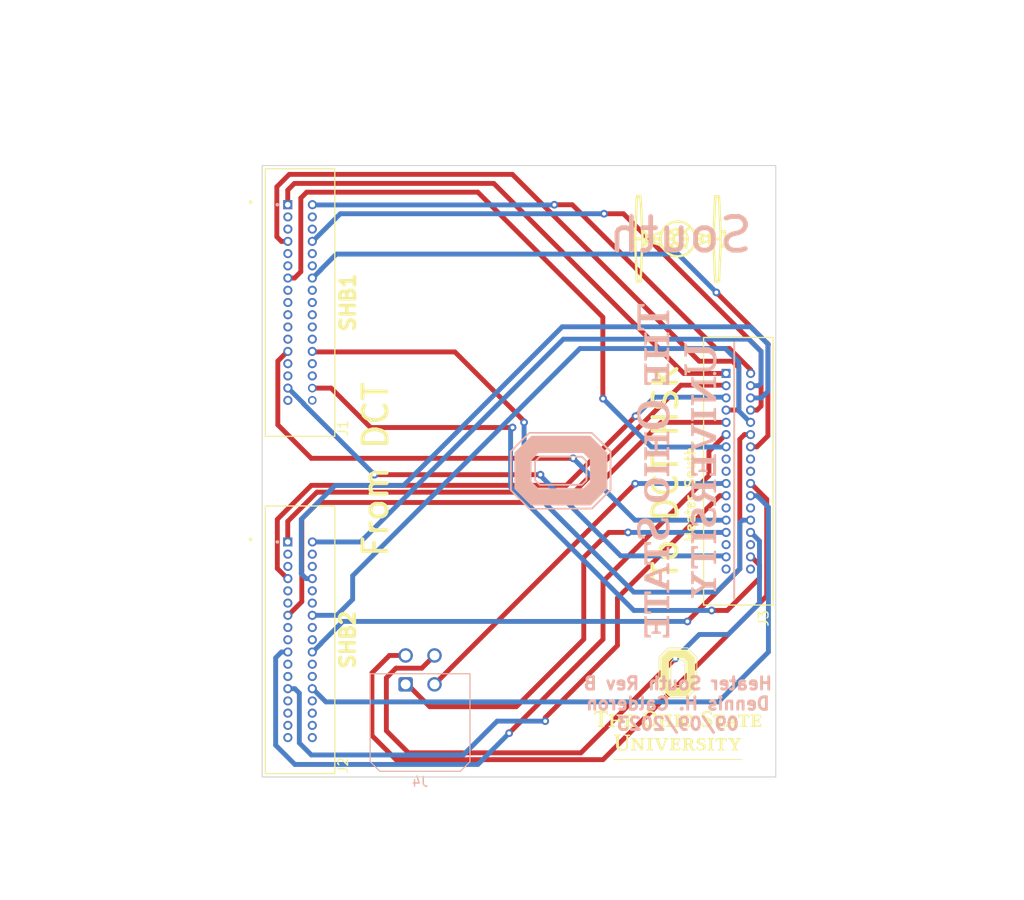
<source format=kicad_pcb>
(kicad_pcb (version 20221018) (generator pcbnew)
  (title_block (title "Heater South") (date "2023-09-09") (company "The Ohio State University") (comment 1 "Board Size: 2.5\" Wide; 2.1\" Deep") (comment 2 "Mounting Holes are #4-40 clearnace size"))
  (layers (0 "F.Cu" signal) (31 "B.Cu" signal) (34 "B.Paste" user) (35 "F.Paste" user) (36 "B.SilkS" user "B.Silkscreen") (37 "F.SilkS" user "F.Silkscreen") (38 "B.Mask" user) (39 "F.Mask" user) (44 "Edge.Cuts" user))
  (net 0 "")
  (net 1 "/HB1_1")
  (net 2 "/HB1_2")
  (net 7 "/HB1_7")
  (net 8 "/HB1_8")
  (net 13 "/HB1_13")
  (net 14 "/HB1_14")
  (net 25 "/HB1_25")
  (net 26 "/HB1_26")
  (net 31 "/HB1_31")
  (net 32 "/HB1_32")
  (net 35 "/HB2_1")
  (net 36 "/HB2_2")
  (net 41 "/HB2_7")
  (net 42 "/HB2_8")
  (net 47 "/HB2_13")
  (net 48 "/HB2_14")
  (net 53 "/HB2_19")
  (net 54 "/HB2_20")
  (net 59 "/HB2_25")
  (net 60 "/HB2_26")
  (net 73 "/SpareS1+")
  (net 74 "/SpareS1-")
  (net 77 "/SpareS2+")
  (net 78 "/SpareS2-")
  (footprint "Fun_Logos:Tie Fighter" (layer "F.Cu") (at 144.78 58.42)
    (fp_text reference "G***" hide)
    (fp_text value "Tie Fighter" hide)
  )
  (footprint "MountingHole:MountingHole_3.2mm_M3_DIN965" (layer "F.Cu") (at 128.27 63.5)
    (fp_text reference "REF**" hide)
    (fp_text value "H1")
    (pad "" np_thru_hole circle (at 0 0) (size 3.2 3.2) (drill 3.2) (layers "*.Cu" "*.Mask"))
  )
  (footprint "HELIX:HELIX_DCT_ICDconnector34pin_corrected" (layer "F.Cu") (at 105.537 100.0506 -90)
    (fp_text reference "J2" (at 13.0556 -4.4704 90) (layer "F.SilkS"))
    (fp_text value "SHB2" (at 0.000001 -4.953 90) (layer "F.SilkS") (effects (font (size 1.5 1.5) (thickness 0.375) bold)))
    (pad "1" thru_hole rect locked (at -10.16 1.28016 270) (size 0.9408 0.9408) (drill 0.56) (layers "*.Cu" "*.Mask") (net 35 "/HB2_1"))
    (pad "2" thru_hole circle locked (at -10.16 -1.28016 270) (size 0.9408 0.9408) (drill 0.56) (layers "*.Cu" "*.Mask") (net 36 "/HB2_2"))
    (pad "3" thru_hole circle locked (at -8.89 1.27 270) (size 0.9408 0.9408) (drill 0.56) (layers "*.Cu" "*.Mask"))
    (pad "4" thru_hole circle locked (at -8.89 -1.27 270) (size 0.9408 0.9408) (drill 0.56) (layers "*.Cu" "*.Mask"))
    (pad "5" thru_hole circle locked (at -7.62 1.27 270) (size 0.9408 0.9408) (drill 0.56) (layers "*.Cu" "*.Mask"))
    (pad "6" thru_hole circle locked (at -7.62 -1.27 270) (size 0.9408 0.9408) (drill 0.56) (layers "*.Cu" "*.Mask"))
    (pad "7" thru_hole circle locked (at -6.35 1.27 270) (size 0.9408 0.9408) (drill 0.56) (layers "*.Cu" "*.Mask") (net 41 "/HB2_7"))
    (pad "8" thru_hole circle locked (at -6.35 -1.27 270) (size 0.9408 0.9408) (drill 0.56) (layers "*.Cu" "*.Mask") (net 42 "/HB2_8"))
    (pad "9" thru_hole circle locked (at -5.08 1.27 270) (size 0.9408 0.9408) (drill 0.56) (layers "*.Cu" "*.Mask"))
    (pad "10" thru_hole circle locked (at -5.08 -1.27 270) (size 0.9408 0.9408) (drill 0.56) (layers "*.Cu" "*.Mask"))
    (pad "11" thru_hole circle locked (at -3.81 1.27 270) (size 0.9408 0.9408) (drill 0.56) (layers "*.Cu" "*.Mask"))
    (pad "12" thru_hole circle locked (at -3.81 -1.27 270) (size 0.9408 0.9408) (drill 0.56) (layers "*.Cu" "*.Mask"))
    (pad "13" thru_hole circle locked (at -2.54 1.27 270) (size 0.9408 0.9408) (drill 0.56) (layers "*.Cu" "*.Mask") (net 47 "/HB2_13"))
    (pad "14" thru_hole circle locked (at -2.54 -1.27 270) (size 0.9408 0.9408) (drill 0.56) (layers "*.Cu" "*.Mask") (net 48 "/HB2_14"))
    (pad "15" thru_hole circle locked (at -1.27 1.27 270) (size 0.9408 0.9408) (drill 0.56) (layers "*.Cu" "*.Mask"))
    (pad "16" thru_hole circle locked (at -1.27 -1.27 270) (size 0.9408 0.9408) (drill 0.56) (layers "*.Cu" "*.Mask"))
    (pad "17" thru_hole circle locked (at 0 1.27 270) (size 0.9408 0.9408) (drill 0.56) (layers "*.Cu" "*.Mask"))
    (pad "18" thru_hole circle locked (at 0 -1.27 270) (size 0.9408 0.9408) (drill 0.56) (layers "*.Cu" "*.Mask"))
    (pad "19" thru_hole circle locked (at 1.27 1.27 270) (size 0.9408 0.9408) (drill 0.56) (layers "*.Cu" "*.Mask") (net 53 "/HB2_19"))
    (pad "20" thru_hole circle locked (at 1.27 -1.27 270) (size 0.9408 0.9408) (drill 0.56) (layers "*.Cu" "*.Mask") (net 54 "/HB2_20"))
    (pad "21" thru_hole circle locked (at 2.54 1.27 270) (size 0.9408 0.9408) (drill 0.56) (layers "*.Cu" "*.Mask"))
    (pad "22" thru_hole circle locked (at 2.54 -1.27 270) (size 0.9408 0.9408) (drill 0.56) (layers "*.Cu" "*.Mask"))
    (pad "23" thru_hole circle locked (at 3.81 1.27 270) (size 0.9408 0.9408) (drill 0.56) (layers "*.Cu" "*.Mask"))
    (pad "24" thru_hole circle locked (at 3.81 -1.27 270) (size 0.9408 0.9408) (drill 0.56) (layers "*.Cu" "*.Mask"))
    (pad "25" thru_hole circle locked (at 5.08 1.27 270) (size 0.9408 0.9408) (drill 0.56) (layers "*.Cu" "*.Mask") (net 59 "/HB2_25"))
    (pad "26" thru_hole circle locked (at 5.08 -1.27 270) (size 0.9408 0.9408) (drill 0.56) (layers "*.Cu" "*.Mask") (net 60 "/HB2_26"))
    (pad "27" thru_hole circle locked (at 6.35 1.27 270) (size 0.9408 0.9408) (drill 0.56) (layers "*.Cu" "*.Mask"))
    (pad "28" thru_hole circle locked (at 6.35 -1.27 270) (size 0.9408 0.9408) (drill 0.56) (layers "*.Cu" "*.Mask"))
    (pad "29" thru_hole circle locked (at 7.62 1.27 270) (size 0.9408 0.9408) (drill 0.56) (layers "*.Cu" "*.Mask"))
    (pad "30" thru_hole circle locked (at 7.62 -1.27 270) (size 0.9408 0.9408) (drill 0.56) (layers "*.Cu" "*.Mask"))
    (pad "31" thru_hole circle locked (at 8.89 1.27 270) (size 0.9408 0.9408) (drill 0.56) (layers "*.Cu" "*.Mask"))
    (pad "32" thru_hole circle locked (at 8.89 -1.27 270) (size 0.9408 0.9408) (drill 0.56) (layers "*.Cu" "*.Mask"))
    (pad "33" thru_hole circle locked (at 10.16 1.27 270) (size 0.9408 0.9408) (drill 0.56) (layers "*.Cu" "*.Mask"))
    (pad "34" thru_hole circle locked (at 10.16 -1.27 270) (size 0.9408 0.9408) (drill 0.56) (layers "*.Cu" "*.Mask"))
  )
  (footprint "MountingHole:MountingHole_3.2mm_M3_DIN965" (layer "F.Cu") (at 128.27 101.6)
    (fp_text reference "REF**" hide)
    (fp_text value "H2")
    (pad "" np_thru_hole circle (at 0 0) (size 3.2 3.2) (drill 3.2) (layers "F&B.Cu" "*.Mask"))
  )
  (footprint "HELIX:HELIX_DCT_ICDconnector34pin_corrected" (layer "F.Cu") (at 151.0538 82.55 -90)
    (fp_text reference "J3" (at 15.2654 -2.62636 90) (layer "F.SilkS"))
    (fp_text value "Heater South" (at 2.4 4.99364 90) (layer "F.SilkS") (effects (font (thickness 0.2) bold)))
    (pad "1" thru_hole rect locked (at -10.16 1.28016 270) (size 0.9408 0.9408) (drill 0.56) (layers "*.Cu" "*.Mask") (net 1 "/HB1_1"))
    (pad "2" thru_hole circle locked (at -10.16 -1.28016 270) (size 0.9408 0.9408) (drill 0.56) (layers "*.Cu" "*.Mask") (net 2 "/HB1_2"))
    (pad "3" thru_hole circle locked (at -8.89 1.27 270) (size 0.9408 0.9408) (drill 0.56) (layers "*.Cu" "*.Mask") (net 35 "/HB2_1"))
    (pad "4" thru_hole circle locked (at -8.89 -1.27 270) (size 0.9408 0.9408) (drill 0.56) (layers "*.Cu" "*.Mask") (net 36 "/HB2_2"))
    (pad "5" thru_hole circle locked (at -7.62 1.27 270) (size 0.9408 0.9408) (drill 0.56) (layers "*.Cu" "*.Mask") (net 41 "/HB2_7"))
    (pad "6" thru_hole circle locked (at -7.62 -1.27 270) (size 0.9408 0.9408) (drill 0.56) (layers "*.Cu" "*.Mask") (net 42 "/HB2_8"))
    (pad "7" thru_hole circle locked (at -6.35 1.27 270) (size 0.9408 0.9408) (drill 0.56) (layers "*.Cu" "*.Mask") (net 7 "/HB1_7"))
    (pad "8" thru_hole circle locked (at -6.35 -1.27 270) (size 0.9408 0.9408) (drill 0.56) (layers "*.Cu" "*.Mask") (net 8 "/HB1_8"))
    (pad "9" thru_hole circle locked (at -5.08 1.27 270) (size 0.9408 0.9408) (drill 0.56) (layers "*.Cu" "*.Mask") (net 47 "/HB2_13"))
    (pad "10" thru_hole circle locked (at -5.08 -1.27 270) (size 0.9408 0.9408) (drill 0.56) (layers "*.Cu" "*.Mask") (net 48 "/HB2_14"))
    (pad "11" thru_hole circle locked (at -3.81 1.27 270) (size 0.9408 0.9408) (drill 0.56) (layers "*.Cu" "*.Mask") (net 53 "/HB2_19"))
    (pad "12" thru_hole circle locked (at -3.81 -1.27 270) (size 0.9408 0.9408) (drill 0.56) (layers "*.Cu" "*.Mask") (net 54 "/HB2_20"))
    (pad "13" thru_hole circle locked (at -2.54 1.27 270) (size 0.9408 0.9408) (drill 0.56) (layers "*.Cu" "*.Mask") (net 13 "/HB1_13"))
    (pad "14" thru_hole circle locked (at -2.54 -1.27 270) (size 0.9408 0.9408) (drill 0.56) (layers "*.Cu" "*.Mask") (net 14 "/HB1_14"))
    (pad "15" thru_hole circle locked (at -1.27 1.27 270) (size 0.9408 0.9408) (drill 0.56) (layers "*.Cu" "*.Mask"))
    (pad "16" thru_hole circle locked (at -1.27 -1.27 270) (size 0.9408 0.9408) (drill 0.56) (layers "*.Cu" "*.Mask"))
    (pad "17" thru_hole circle locked (at 0 1.27 270) (size 0.9408 0.9408) (drill 0.56) (layers "*.Cu" "*.Mask"))
    (pad "18" thru_hole circle locked (at 0 -1.27 270) (size 0.9408 0.9408) (drill 0.56) (layers "*.Cu" "*.Mask"))
    (pad "19" thru_hole circle locked (at 1.27 1.27 270) (size 0.9408 0.9408) (drill 0.56) (layers "*.Cu" "*.Mask") (net 73 "/SpareS1+"))
    (pad "20" thru_hole circle locked (at 1.27 -1.27 270) (size 0.9408 0.9408) (drill 0.56) (layers "*.Cu" "*.Mask") (net 74 "/SpareS1-"))
    (pad "21" thru_hole circle locked (at 2.54 1.27 270) (size 0.9408 0.9408) (drill 0.56) (layers "*.Cu" "*.Mask") (net 59 "/HB2_25"))
    (pad "22" thru_hole circle locked (at 2.54 -1.27 270) (size 0.9408 0.9408) (drill 0.56) (layers "*.Cu" "*.Mask") (net 60 "/HB2_26"))
    (pad "23" thru_hole circle locked (at 3.81 1.27 270) (size 0.9408 0.9408) (drill 0.56) (layers "*.Cu" "*.Mask"))
    (pad "24" thru_hole circle locked (at 3.81 -1.27 270) (size 0.9408 0.9408) (drill 0.56) (layers "*.Cu" "*.Mask"))
    (pad "25" thru_hole circle locked (at 5.08 1.27 270) (size 0.9408 0.9408) (drill 0.56) (layers "*.Cu" "*.Mask") (net 25 "/HB1_25"))
    (pad "26" thru_hole circle locked (at 5.08 -1.27 270) (size 0.9408 0.9408) (drill 0.56) (layers "*.Cu" "*.Mask") (net 26 "/HB1_26"))
    (pad "27" thru_hole circle locked (at 6.35 1.27 270) (size 0.9408 0.9408) (drill 0.56) (layers "*.Cu" "*.Mask") (net 77 "/SpareS2+"))
    (pad "28" thru_hole circle locked (at 6.35 -1.27 270) (size 0.9408 0.9408) (drill 0.56) (layers "*.Cu" "*.Mask") (net 78 "/SpareS2-"))
    (pad "29" thru_hole circle locked (at 7.62 1.27 270) (size 0.9408 0.9408) (drill 0.56) (layers "*.Cu" "*.Mask"))
    (pad "30" thru_hole circle locked (at 7.62 -1.27 270) (size 0.9408 0.9408) (drill 0.56) (layers "*.Cu" "*.Mask"))
    (pad "31" thru_hole circle locked (at 8.89 1.27 270) (size 0.9408 0.9408) (drill 0.56) (layers "*.Cu" "*.Mask") (net 31 "/HB1_31"))
    (pad "32" thru_hole circle locked (at 8.89 -1.27 270) (size 0.9408 0.9408) (drill 0.56) (layers "*.Cu" "*.Mask") (net 32 "/HB1_32"))
    (pad "33" thru_hole circle locked (at 10.16 1.27 270) (size 0.9408 0.9408) (drill 0.56) (layers "*.Cu" "*.Mask"))
    (pad "34" thru_hole circle locked (at 10.16 -1.27 270) (size 0.9408 0.9408) (drill 0.56) (layers "*.Cu" "*.Mask"))
  )
  (footprint "Fun_Logos:Medium OSU" (layer "F.Cu") (at 144.772052 106.68)
    (fp_text reference "G***" hide)
    (fp_text value "Medium OSU" hide)
  )
  (footprint "HELIX:HELIX_DCT_ICDconnector34pin_corrected" (layer "F.Cu") (at 105.537 65.024 -90)
    (fp_text reference "J1" (at 13.0556 -4.4704 90) (layer "F.SilkS"))
    (fp_text value "SHB1" (at 0.000001 -4.97 90) (layer "F.SilkS") (effects (font (size 1.5 1.5) (thickness 0.375) bold)))
    (pad "1" thru_hole rect locked (at -10.16 1.28016 270) (size 0.9408 0.9408) (drill 0.56) (layers "*.Cu" "*.Mask") (net 1 "/HB1_1"))
    (pad "2" thru_hole circle locked (at -10.16 -1.28016 270) (size 0.9408 0.9408) (drill 0.56) (layers "*.Cu" "*.Mask") (net 2 "/HB1_2"))
    (pad "3" thru_hole circle locked (at -8.89 1.27 270) (size 0.9408 0.9408) (drill 0.56) (layers "*.Cu" "*.Mask"))
    (pad "4" thru_hole circle locked (at -8.89 -1.27 270) (size 0.9408 0.9408) (drill 0.56) (layers "*.Cu" "*.Mask"))
    (pad "5" thru_hole circle locked (at -7.62 1.27 270) (size 0.9408 0.9408) (drill 0.56) (layers "*.Cu" "*.Mask"))
    (pad "6" thru_hole circle locked (at -7.62 -1.27 270) (size 0.9408 0.9408) (drill 0.56) (layers "*.Cu" "*.Mask"))
    (pad "7" thru_hole circle locked (at -6.35 1.27 270) (size 0.9408 0.9408) (drill 0.56) (layers "*.Cu" "*.Mask") (net 7 "/HB1_7"))
    (pad "8" thru_hole circle locked (at -6.35 -1.27 270) (size 0.9408 0.9408) (drill 0.56) (layers "*.Cu" "*.Mask") (net 8 "/HB1_8"))
    (pad "9" thru_hole circle locked (at -5.08 1.27 270) (size 0.9408 0.9408) (drill 0.56) (layers "*.Cu" "*.Mask"))
    (pad "10" thru_hole circle locked (at -5.08 -1.27 270) (size 0.9408 0.9408) (drill 0.56) (layers "*.Cu" "*.Mask"))
    (pad "11" thru_hole circle locked (at -3.81 1.27 270) (size 0.9408 0.9408) (drill 0.56) (layers "*.Cu" "*.Mask"))
    (pad "12" thru_hole circle locked (at -3.81 -1.27 270) (size 0.9408 0.9408) (drill 0.56) (layers "*.Cu" "*.Mask"))
    (pad "13" thru_hole circle locked (at -2.54 1.27 270) (size 0.9408 0.9408) (drill 0.56) (layers "*.Cu" "*.Mask") (net 13 "/HB1_13"))
    (pad "14" thru_hole circle locked (at -2.54 -1.27 270) (size 0.9408 0.9408) (drill 0.56) (layers "*.Cu" "*.Mask") (net 14 "/HB1_14"))
    (pad "15" thru_hole circle locked (at -1.27 1.27 270) (size 0.9408 0.9408) (drill 0.56) (layers "*.Cu" "*.Mask"))
    (pad "16" thru_hole circle locked (at -1.27 -1.27 270) (size 0.9408 0.9408) (drill 0.56) (layers "*.Cu" "*.Mask"))
    (pad "17" thru_hole circle locked (at 0 1.27 270) (size 0.9408 0.9408) (drill 0.56) (layers "*.Cu" "*.Mask"))
    (pad "18" thru_hole circle locked (at 0 -1.27 270) (size 0.9408 0.9408) (drill 0.56) (layers "*.Cu" "*.Mask"))
    (pad "19" thru_hole circle locked (at 1.27 1.27 270) (size 0.9408 0.9408) (drill 0.56) (layers "*.Cu" "*.Mask"))
    (pad "20" thru_hole circle locked (at 1.27 -1.27 270) (size 0.9408 0.9408) (drill 0.56) (layers "*.Cu" "*.Mask"))
    (pad "21" thru_hole circle locked (at 2.54 1.27 270) (size 0.9408 0.9408) (drill 0.56) (layers "*.Cu" "*.Mask"))
    (pad "22" thru_hole circle locked (at 2.54 -1.27 270) (size 0.9408 0.9408) (drill 0.56) (layers "*.Cu" "*.Mask"))
    (pad "23" thru_hole circle locked (at 3.81 1.27 270) (size 0.9408 0.9408) (drill 0.56) (layers "*.Cu" "*.Mask"))
    (pad "24" thru_hole circle locked (at 3.81 -1.27 270) (size 0.9408 0.9408) (drill 0.56) (layers "*.Cu" "*.Mask"))
    (pad "25" thru_hole circle locked (at 5.08 1.27 270) (size 0.9408 0.9408) (drill 0.56) (layers "*.Cu" "*.Mask") (net 25 "/HB1_25"))
    (pad "26" thru_hole circle locked (at 5.08 -1.27 270) (size 0.9408 0.9408) (drill 0.56) (layers "*.Cu" "*.Mask") (net 26 "/HB1_26"))
    (pad "27" thru_hole circle locked (at 6.35 1.27 270) (size 0.9408 0.9408) (drill 0.56) (layers "*.Cu" "*.Mask"))
    (pad "28" thru_hole circle locked (at 6.35 -1.27 270) (size 0.9408 0.9408) (drill 0.56) (layers "*.Cu" "*.Mask"))
    (pad "29" thru_hole circle locked (at 7.62 1.27 270) (size 0.9408 0.9408) (drill 0.56) (layers "*.Cu" "*.Mask"))
    (pad "30" thru_hole circle locked (at 7.62 -1.27 270) (size 0.9408 0.9408) (drill 0.56) (layers "*.Cu" "*.Mask"))
    (pad "31" thru_hole circle locked (at 8.89 1.27 270) (size 0.9408 0.9408) (drill 0.56) (layers "*.Cu" "*.Mask") (net 31 "/HB1_31"))
    (pad "32" thru_hole circle locked (at 8.89 -1.27 270) (size 0.89 0.89) (drill 0.56) (layers "*.Cu" "*.Mask") (net 32 "/HB1_32"))
    (pad "33" thru_hole circle locked (at 10.16 1.27 270) (size 0.9408 0.9408) (drill 0.56) (layers "*.Cu" "*.Mask"))
    (pad "34" thru_hole circle locked (at 10.16 -1.27 270) (size 0.89 0.89) (drill 0.56) (layers "*.Cu" "*.Mask"))
  )
  (footprint "Fun_Logos:Super Large OSU" (layer "B.Cu") (at 139.0142 82.4992 -90)
    (fp_text reference "G***" hide)
    (fp_text value "" hide)
  )
  (footprint "Connector_Molex:Molex_Micro-Fit_3.0_43045-0400_2x02_P3.00mm_Horizontal" (layer "B.Cu") (at 116.5 104.68)
    (fp_text reference "J4" (at 1.5 10.12) (layer "B.SilkS") (effects (justify mirror)))
    (fp_text value "SparesS")
    (pad "" np_thru_hole circle (at 1.5 4.32) (size 3 3) (drill 3) (layers "*.Cu" "*.Mask"))
    (pad "1" thru_hole roundrect (at 0 0) (size 1.5 1.5) (drill 1.02) (layers "*.Cu" "*.Mask") (roundrect_rratio 0.166667) (net 77 "/SpareS2+"))
    (pad "2" thru_hole circle (at 3 0) (size 1.5 1.5) (drill 1.02) (layers "*.Cu" "*.Mask") (net 73 "/SpareS1+"))
    (pad "3" thru_hole circle (at 0 -3) (size 1.5 1.5) (drill 1.02) (layers "*.Cu" "*.Mask") (net 74 "/SpareS1-"))
    (pad "4" thru_hole circle (at 3 -3) (size 1.5 1.5) (drill 1.02) (layers "*.Cu" "*.Mask") (net 78 "/SpareS2-"))
  )
  (gr_circle locked (center 103.1748 89.8906) (end 103.2002 89.8906) (stroke (width 0.15)) (fill none) (layer "B.SilkS"))
  (gr_circle (center 103.1748 54.864) (end 103.2002 54.864) (stroke (width 0.15)) (fill none) (layer "B.SilkS"))
  (gr_circle (center 148.59 72.39) (end 148.6154 72.39) (stroke (width 0.15)) (fill none) (layer "B.SilkS"))
  (gr_circle (center 148.59 72.39) (end 148.6154 72.39) (stroke (width 0.15)) (fill none) (layer "F.SilkS"))
  (gr_circle locked (center 103.1748 89.8906) (end 103.1748 89.916) (stroke (width 0.15)) (fill none) (layer "F.SilkS"))
  (gr_circle (center 103.1748 54.864) (end 103.1748 54.8894) (stroke (width 0.15)) (fill none) (layer "F.SilkS"))
  (gr_rect locked (start 101.6 50.8) (end 154.94 114.3) (stroke (width 0.1)) (fill none) (layer "Edge.Cuts"))
  (gr_text "South" (at 137.288718 60.042675) (layer "B.SilkS") (effects (font (size 3.5 3.5) (thickness 0.5)) (justify right bottom mirror)))
  (gr_text "Heater South Rev B\nDennis H. Calderon\n09/09/2023" (at 144.772052 106.686389) (layer "B.SilkS") (effects (font (size 1.3 1.3) (thickness 0.3) bold) (justify mirror)))
  (gr_text "To DCT HSK\n" (at 144.9578 94.090477 90) (layer "F.SilkS") (effects (font (size 2.5 2.5) (thickness 0.4)) (justify left bottom)))
  (gr_text "From DCT" (at 114.8498 91.668219 90) (layer "F.SilkS") (effects (font (size 2.5 2.5) (thickness 0.4)) (justify left bottom)))
  (segment (start 149.77364 72.39) (end 145.3896 72.39) (width 0.508) (layer "F.Cu") (net 1))
  (segment (start 104.25684 53.35016) (end 104.25684 54.864) (width 0.508) (layer "F.Cu") (net 1))
  (segment (start 125.6538 52.6542) (end 104.9528 52.6542) (width 0.508) (layer "F.Cu") (net 1))
  (segment (start 104.9528 52.6542) (end 104.25684 53.35016) (width 0.508) (layer "F.Cu") (net 1))
  (segment (start 145.3896 72.39) (end 125.6538 52.6542) (width 0.508) (layer "F.Cu") (net 1))
  (segment (start 152.33396 72.007656) (end 152.33396 72.39) (width 0.508) (layer "F.Cu") (net 2))
  (segment (start 148.7424 69.7992) (end 150.125504 69.7992) (width 0.508) (layer "F.Cu") (net 2))
  (segment (start 150.125504 69.7992) (end 152.33396 72.007656) (width 0.508) (layer "F.Cu") (net 2))
  (segment (start 133.813284 54.870084) (end 148.7424 69.7992) (width 0.508) (layer "F.Cu") (net 2))
  (segment (start 131.946916 54.870084) (end 133.813284 54.870084) (width 0.508) (layer "F.Cu") (net 2))
  (via (at 131.946916 54.870084) (size 0.8) (drill 0.4) (layers "F.Cu" "B.Cu") (net 2))
  (segment (start 131.946916 54.870084) (end 131.9276 54.8894) (width 0.508) (layer "B.Cu") (net 2))
  (segment (start 106.84256 54.8894) (end 106.81716 54.864) (width 0.508) (layer "B.Cu") (net 2))
  (segment (start 131.9276 54.8894) (end 106.84256 54.8894) (width 0.508) (layer "B.Cu") (net 2))
  (segment (start 151.1046 76.0222) (end 151.1046 71.77956) (width 0.508) (layer "F.Cu") (net 7))
  (segment (start 104.4194 51.7144) (end 103.124 53.0098) (width 0.508) (layer "F.Cu") (net 7))
  (segment (start 127.5842 51.7144) (end 104.4194 51.7144) (width 0.508) (layer "F.Cu") (net 7))
  (segment (start 150.44624 71.1212) (end 146.991 71.1212) (width 0.508) (layer "F.Cu") (net 7))
  (segment (start 103.124 58.196246) (end 103.601754 58.674) (width 0.508) (layer "F.Cu") (net 7))
  (segment (start 150.938577 76.188223) (end 151.1046 76.0222) (width 0.508) (layer "F.Cu") (net 7))
  (segment (start 151.1046 71.77956) (end 150.44624 71.1212) (width 0.508) (layer "F.Cu") (net 7))
  (segment (start 149.864623 76.188223) (end 150.938577 76.188223) (width 0.508) (layer "F.Cu") (net 7))
  (segment (start 146.991 71.1212) (end 127.5842 51.7144) (width 0.508) (layer "F.Cu") (net 7))
  (segment (start 103.601754 58.674) (end 104.267 58.674) (width 0.508) (layer "F.Cu") (net 7))
  (segment (start 103.124 53.0098) (end 103.124 58.196246) (width 0.508) (layer "F.Cu") (net 7))
  (segment (start 137.1092 55.8038) (end 139.1242 55.8038) (width 0.508) (layer "F.Cu") (net 8))
  (segment (start 139.1242 55.8038) (end 153.416 70.0956) (width 0.508) (layer "F.Cu") (net 8))
  (segment (start 153.416 70.0956) (end 153.416 75.773046) (width 0.508) (layer "F.Cu") (net 8))
  (segment (start 152.989046 76.2) (end 152.3238 76.2) (width 0.508) (layer "F.Cu") (net 8))
  (segment (start 153.416 75.773046) (end 152.989046 76.2) (width 0.508) (layer "F.Cu") (net 8))
  (via (at 137.1092 55.8038) (size 0.8) (drill 0.4) (layers "F.Cu" "B.Cu") (net 8))
  (segment (start 106.8443 58.674) (end 106.807 58.674) (width 0.508) (layer "B.Cu") (net 8))
  (segment (start 109.7145 55.8038) (end 106.8443 58.674) (width 0.508) (layer "B.Cu") (net 8))
  (segment (start 137.1092 55.8038) (end 109.7145 55.8038) (width 0.508) (layer "B.Cu") (net 8))
  (segment (start 104.9609 62.484) (end 104.267 62.484) (width 0.508) (layer "F.Cu") (net 13))
  (segment (start 106.226 53.5654) (end 105.6132 54.1782) (width 0.508) (layer "F.Cu") (net 13))
  (segment (start 136.9822 66.548) (end 123.9996 53.5654) (width 0.508) (layer "F.Cu") (net 13))
  (segment (start 123.9996 53.5654) (end 106.226 53.5654) (width 0.508) (layer "F.Cu") (net 13))
  (segment (start 105.6132 61.8317) (end 104.9609 62.484) (width 0.508) (layer "F.Cu") (net 13))
  (segment (start 137.002 75.0056) (end 136.9822 74.9858) (width 0.508) (layer "F.Cu") (net 13))
  (segment (start 136.9822 74.9858) (end 136.9822 66.548) (width 0.508) (layer "F.Cu") (net 13))
  (segment (start 105.6132 54.1782) (end 105.6132 61.8317) (width 0.508) (layer "F.Cu") (net 13))
  (via (at 137.002 75.0056) (size 0.8) (drill 0.4) (layers "F.Cu" "B.Cu") (net 13))
  (segment (start 137.002 75.0056) (end 142.0318 80.0354) (width 0.508) (layer "B.Cu") (net 13))
  (segment (start 149.7584 80.0354) (end 149.7838 80.01) (width 0.508) (layer "B.Cu") (net 13))
  (segment (start 142.0318 80.0354) (end 149.7584 80.0354) (width 0.508) (layer "B.Cu") (net 13))
  (segment (start 154.124 78.875046) (end 152.989046 80.01) (width 0.508) (layer "F.Cu") (net 14))
  (segment (start 153.9931 69.1967) (end 154.124 69.3276) (width 0.508) (layer "F.Cu") (net 14))
  (segment (start 154.124 69.3276) (end 154.124 78.875046) (width 0.508) (layer "F.Cu") (net 14))
  (segment (start 153.9931 69.1967) (end 154.178 69.3816) (width 0.508) (layer "F.Cu") (net 14))
  (segment (start 152.989046 80.01) (end 152.3238 80.01) (width 0.508) (layer "F.Cu") (net 14))
  (segment (start 148.7734 63.977) (end 153.9931 69.1967) (width 0.508) (layer "F.Cu") (net 14))
  (via (at 148.7734 63.977) (size 0.8) (drill 0.4) (layers "F.Cu" "B.Cu") (net 14))
  (segment (start 144.7912 59.9948) (end 109.2962 59.9948) (width 0.508) (layer "B.Cu") (net 14))
  (segment (start 107.7314 61.5596) (end 107.7314 61.5969) (width 0.508) (layer "B.Cu") (net 14))
  (segment (start 148.7734 63.977) (end 144.7912 59.9948) (width 0.508) (layer "B.Cu") (net 14))
  (segment (start 109.2962 59.9948) (end 107.7314 61.5596) (width 0.508) (layer "B.Cu") (net 14))
  (segment (start 107.7314 61.5969) (end 106.8443 62.484) (width 0.508) (layer "B.Cu") (net 14))
  (segment (start 106.8443 62.484) (end 106.807 62.484) (width 0.508) (layer "B.Cu") (net 14))
  (segment (start 106.702 81.2056) (end 103.2256 77.7292) (width 0.508) (layer "F.Cu") (net 25))
  (segment (start 103.2256 77.7292) (end 103.2256 71.1081) (width 0.508) (layer "F.Cu") (net 25))
  (segment (start 133.902 81.2056) (end 106.702 81.2056) (width 0.508) (layer "F.Cu") (net 25))
  (segment (start 103.2256 71.1081) (end 104.2297 70.104) (width 0.508) (layer "F.Cu") (net 25))
  (segment (start 104.2297 70.104) (end 104.267 70.104) (width 0.508) (layer "F.Cu") (net 25))
  (via (at 133.902 81.2056) (size 0.8) (drill 0.4) (layers "F.Cu" "B.Cu") (net 25))
  (segment (start 133.902 81.2056) (end 140.3264 87.63) (width 0.508) (layer "B.Cu") (net 25))
  (segment (start 140.3264 87.63) (end 149.7838 87.63) (width 0.508) (layer "B.Cu") (net 25))
  (segment (start 121.6152 70.1548) (end 106.8578 70.1548) (width 0.508) (layer "F.Cu") (net 26))
  (segment (start 128.802 77.3416) (end 121.6152 70.1548) (width 0.508) (layer "F.Cu") (net 26))
  (segment (start 128.802 77.47) (end 128.802 77.3416) (width 0.508) (layer "F.Cu") (net 26))
  (segment (start 106.8578 70.1548) (end 106.807 70.104) (width 0.508) (layer "F.Cu") (net 26))
  (via (at 128.802 77.47) (size 0.8) (drill 0.4) (layers "F.Cu" "B.Cu") (net 26))
  (segment (start 151.2062 92.6672) (end 148.7678 95.1056) (width 0.508) (layer "B.Cu") (net 26))
  (segment (start 140.202 95.1056) (end 148.7678 95.1056) (width 0.508) (layer "B.Cu") (net 26))
  (segment (start 128.802 77.47) (end 128.802 83.7056) (width 0.508) (layer "B.Cu") (net 26))
  (segment (start 151.2062 87.9094) (end 151.2062 92.6672) (width 0.508) (layer "B.Cu") (net 26))
  (segment (start 152.3238 87.63) (end 151.4856 87.63) (width 0.508) (layer "B.Cu") (net 26))
  (segment (start 128.802 83.7056) (end 140.202 95.1056) (width 0.508) (layer "B.Cu") (net 26))
  (segment (start 151.4856 87.63) (end 151.2062 87.9094) (width 0.508) (layer "B.Cu") (net 26))
  (segment (start 113.257222 82.9056) (end 130.5 82.9056) (width 0.508) (layer "F.Cu") (net 31))
  (via (at 113.257222 82.9056) (size 0.8) (drill 0.4) (layers "F.Cu" "B.Cu") (net 31))
  (via (at 130.5 82.9056) (size 0.8) (drill 0.4) (layers "F.Cu" "B.Cu") (net 31))
  (segment (start 130.5 83) (end 138.8384 91.3384) (width 0.508) (layer "B.Cu") (net 31))
  (segment (start 105.908 75.5177) (end 104.3043 73.914) (width 0.508) (layer "B.Cu") (net 31))
  (segment (start 104.3043 73.914) (end 104.267 73.914) (width 0.508) (layer "B.Cu") (net 31))
  (segment (start 113.257222 82.9056) (end 105.908 75.556378) (width 0.508) (layer "B.Cu") (net 31))
  (segment (start 130.5 82.9056) (end 130.5 83) (width 0.508) (layer "B.Cu") (net 31))
  (segment (start 105.908 75.556378) (end 105.908 75.5177) (width 0.508) (layer "B.Cu") (net 31))
  (segment (start 138.8384 91.3384) (end 149.6822 91.3384) (width 0.508) (layer "B.Cu") (net 31))
  (segment (start 149.6822 91.3384) (end 149.7838 91.44) (width 0.508) (layer "B.Cu") (net 31))
  (segment (start 127.602 78.0056) (end 112.8544 78.0056) (width 0.508) (layer "F.Cu") (net 32))
  (segment (start 112.8544 78.0056) (end 108.7628 73.914) (width 0.508) (layer "F.Cu") (net 32))
  (segment (start 153.2482 93.6594) (end 153.2482 92.2718) (width 0.508) (layer "F.Cu") (net 32))
  (segment (start 108.7628 73.914) (end 106.807 73.914) (width 0.508) (layer "F.Cu") (net 32))
  (segment (start 149.902 97.0056) (end 153.2482 93.6594) (width 0.508) (layer "F.Cu") (net 32))
  (segment (start 148.2852 97.0056) (end 149.902 97.0056) (width 0.508) (layer "F.Cu") (net 32))
  (segment (start 153.2482 92.2718) (end 152.4164 91.44) (width 0.508) (layer "F.Cu") (net 32))
  (via (at 148.2852 97.0056) (size 0.8) (drill 0.4) (layers "F.Cu" "B.Cu") (net 32))
  (via (at 127.602 78.0056) (size 0.8) (drill 0.4) (layers "F.Cu" "B.Cu") (net 32))
  (segment (start 127.402 84.2056) (end 127.402 78.2056) (width 0.508) (layer "B.Cu") (net 32))
  (segment (start 148.2852 97.0056) (end 140.202 97.0056) (width 0.508) (layer "B.Cu") (net 32))
  (segment (start 140.202 97.0056) (end 127.402 84.2056) (width 0.508) (layer "B.Cu") (net 32))
  (segment (start 127.402 78.2056) (end 127.602 78.0056) (width 0.508) (layer "B.Cu") (net 32))
  (segment (start 107.286 84.7216) (end 104.25684 87.75076) (width 0.508) (layer "F.Cu") (net 35))
  (segment (start 133.986 84.7216) (end 107.286 84.7216) (width 0.508) (layer "F.Cu") (net 35))
  (segment (start 104.25684 87.75076) (end 104.25684 89.8906) (width 0.508) (layer "F.Cu") (net 35))
  (segment (start 149.7838 73.66) (end 149.733 73.6092) (width 0.508) (layer "F.Cu") (net 35))
  (segment (start 149.733 73.6092) (end 145.0984 73.6092) (width 0.508) (layer "F.Cu") (net 35))
  (segment (start 145.0984 73.6092) (end 133.986 84.7216) (width 0.508) (layer "F.Cu") (net 35))
  (segment (start 153.416 70.1196) (end 152.1304 68.834) (width 0.508) (layer "B.Cu") (net 36))
  (segment (start 111.817 89.8906) (end 106.81716 89.8906) (width 0.508) (layer "B.Cu") (net 36))
  (segment (start 152.1304 68.834) (end 132.8736 68.834) (width 0.508) (layer "B.Cu") (net 36))
  (segment (start 153.416 73.406) (end 153.416 70.1196) (width 0.508) (layer "B.Cu") (net 36))
  (segment (start 132.8736 68.834) (end 111.817 89.8906) (width 0.508) (layer "B.Cu") (net 36))
  (segment (start 153.162 73.66) (end 153.416 73.406) (width 0.508) (layer "B.Cu") (net 36))
  (segment (start 152.3238 73.66) (end 153.162 73.66) (width 0.508) (layer "B.Cu") (net 36))
  (segment (start 133.194 84.0136) (end 106.706 84.0136) (width 0.508) (layer "F.Cu") (net 41))
  (segment (start 140.3792 76.8284) (end 133.194 84.0136) (width 0.508) (layer "F.Cu") (net 41))
  (segment (start 103.1748 92.6457) (end 104.2297 93.7006) (width 0.508) (layer "F.Cu") (net 41))
  (segment (start 104.2297 93.7006) (end 104.267 93.7006) (width 0.508) (layer "F.Cu") (net 41))
  (segment (start 106.706 84.0136) (end 103.1748 87.5448) (width 0.508) (layer "F.Cu") (net 41))
  (segment (start 103.1748 87.5448) (end 103.1748 92.6457) (width 0.508) (layer "F.Cu") (net 41))
  (via (at 140.3792 76.8284) (size 0.8) (drill 0.4) (layers "F.Cu" "B.Cu") (net 41))
  (segment (start 140.3792 76.8284) (end 142.3538 74.8538) (width 0.508) (layer "B.Cu") (net 41))
  (segment (start 142.3538 74.8538) (end 149.7076 74.8538) (width 0.508) (layer "B.Cu") (net 41))
  (segment (start 149.7076 74.8538) (end 149.7838 74.93) (width 0.508) (layer "B.Cu") (net 41))
  (segment (start 153.4414 74.93) (end 154.124 74.2474) (width 0.508) (layer "B.Cu") (net 42))
  (segment (start 116.2844 84.0232) (end 109.1692 84.0232) (width 0.508) (layer "B.Cu") (net 42))
  (segment (start 154.124 69.3388) (end 152.330524 67.545324) (width 0.508) (layer "B.Cu") (net 42))
  (segment (start 105.664 87.5284) (end 105.664 93.1926) (width 0.508) (layer "B.Cu") (net 42))
  (segment (start 154.124 74.2474) (end 154.124 69.3388) (width 0.508) (layer "B.Cu") (net 42))
  (segment (start 152.3238 74.93) (end 153.4414 74.93) (width 0.508) (layer "B.Cu") (net 42))
  (segment (start 105.664 93.1926) (end 106.172 93.7006) (width 0.508) (layer "B.Cu") (net 42))
  (segment (start 132.762276 67.545324) (end 116.2844 84.0232) (width 0.508) (layer "B.Cu") (net 42))
  (segment (start 106.172 93.7006) (end 106.807 93.7006) (width 0.508) (layer "B.Cu") (net 42))
  (segment (start 109.1692 84.0232) (end 105.664 87.5284) (width 0.508) (layer "B.Cu") (net 42))
  (segment (start 152.330524 67.545324) (end 132.762276 67.545324) (width 0.508) (layer "B.Cu") (net 42))
  (segment (start 105.7148 87.4928) (end 105.7148 96.1001) (width 0.508) (layer "F.Cu") (net 47))
  (segment (start 134.7164 85.7912) (end 107.4164 85.7912) (width 0.508) (layer "F.Cu") (net 47))
  (segment (start 107.4164 85.7912) (end 105.7148 87.4928) (width 0.508) (layer "F.Cu") (net 47))
  (segment (start 104.3043 97.5106) (end 104.267 97.5106) (width 0.508) (layer "F.Cu") (net 47))
  (segment (start 149.7838 77.47) (end 143.0376 77.47) (width 0.508) (layer "F.Cu") (net 47))
  (segment (start 143.0376 77.47) (end 134.7164 85.7912) (width 0.508) (layer "F.Cu") (net 47))
  (segment (start 105.7148 96.1001) (end 104.3043 97.5106) (width 0.508) (layer "F.Cu") (net 47))
  (segment (start 110.998 95.8596) (end 109.347 97.5106) (width 0.508) (layer "B.Cu") (net 48))
  (segment (start 134.594261 69.8056) (end 110.998 93.401861) (width 0.508) (layer "B.Cu") (net 48))
  (segment (start 109.347 97.5106) (end 106.807 97.5106) (width 0.508) (layer "B.Cu") (net 48))
  (segment (start 152.3238 77.47) (end 152.2865 77.47) (width 0.508) (layer "B.Cu") (net 48))
  (segment (start 149.702 69.8056) (end 134.594261 69.8056) (width 0.508) (layer "B.Cu") (net 48))
  (segment (start 151.1046 71.2082) (end 149.702 69.8056) (width 0.508) (layer "B.Cu") (net 48))
  (segment (start 110.998 93.401861) (end 110.998 95.8596) (width 0.508) (layer "B.Cu") (net 48))
  (segment (start 151.1046 76.2881) (end 151.1046 71.2082) (width 0.508) (layer "B.Cu") (net 48))
  (segment (start 152.2865 77.47) (end 151.1046 76.2881) (width 0.508) (layer "B.Cu") (net 48))
  (segment (start 127.25 109.75) (end 137 100) (width 0.508) (layer "F.Cu") (net 53))
  (segment (start 149.7465 78.74) (end 149.7838 78.74) (width 0.508) (layer "F.Cu") (net 53))
  (segment (start 148 83) (end 148 80.4865) (width 0.508) (layer "F.Cu") (net 53))
  (segment (start 137 100) (end 137 94) (width 0.508) (layer "F.Cu") (net 53))
  (segment (start 148 80.4865) (end 149.7465 78.74) (width 0.508) (layer "F.Cu") (net 53))
  (segment (start 137 94) (end 148 83) (width 0.508) (layer "F.Cu") (net 53))
  (via (at 127.25 109.75) (size 0.8) (drill 0.4) (layers "F.Cu" "B.Cu") (net 53))
  (segment (start 103 111) (end 103 101.922354) (width 0.508) (layer "B.Cu") (net 53))
  (segment (start 105 113) (end 103 111) (width 0.508) (layer "B.Cu") (net 53))
  (segment (start 124 113) (end 105 113) (width 0.508) (layer "B.Cu") (net 53))
  (segment (start 103 101.922354) (end 103.601754 101.3206) (width 0.508) (layer "B.Cu") (net 53))
  (segment (start 127.25 109.75) (end 124 113) (width 0.508) (layer "B.Cu") (net 53))
  (segment (start 103.601754 101.3206) (end 104.267 101.3206) (width 0.508) (layer "B.Cu") (net 53))
  (segment (start 151.6888 78.74) (end 152.3238 78.74) (width 0.508) (layer "F.Cu") (net 54))
  (segment (start 145.762 98.1456) (end 151.2062 92.7014) (width 0.508) (layer "F.Cu") (net 54))
  (segment (start 151.2062 92.7014) (end 151.2062 79.2226) (width 0.508) (layer "F.Cu") (net 54))
  (segment (start 151.2062 79.2226) (end 151.6888 78.74) (width 0.508) (layer "F.Cu") (net 54))
  (via (at 145.762 98.1456) (size 0.8) (drill 0.4) (layers "F.Cu" "B.Cu") (net 54))
  (segment (start 145.762 98.1456) (end 109.982 98.1456) (width 0.508) (layer "B.Cu") (net 54))
  (segment (start 107.7314 100.4335) (end 106.8443 101.3206) (width 0.508) (layer "B.Cu") (net 54))
  (segment (start 109.982 98.1456) (end 107.7314 100.3962) (width 0.508) (layer "B.Cu") (net 54))
  (segment (start 107.7314 100.3962) (end 107.7314 100.4335) (width 0.508) (layer "B.Cu") (net 54))
  (segment (start 106.8443 101.3206) (end 106.807 101.3206) (width 0.508) (layer "B.Cu") (net 54))
  (segment (start 149.118554 85.09) (end 149.7838 85.09) (width 0.508) (layer "F.Cu") (net 59))
  (segment (start 138.5 95.708554) (end 149.118554 85.09) (width 0.508) (layer "F.Cu") (net 59))
  (segment (start 138.5 100.641) (end 138.5 95.708554) (width 0.508) (layer "F.Cu") (net 59))
  (segment (start 131 108.141) (end 138.5 100.641) (width 0.508) (layer "F.Cu") (net 59))
  (segment (start 131 108.5) (end 131 108.141) (width 0.508) (layer "F.Cu") (net 59))
  (via (at 131 108.5) (size 0.8) (drill 0.4) (layers "F.Cu" "B.Cu") (net 59))
  (segment (start 106.7054 112.014) (end 105.4608 110.7694) (width 0.508) (layer "B.Cu") (net 59))
  (segment (start 131 108.5) (end 126 108.5) (width 0.508) (layer "B.Cu") (net 59))
  (segment (start 122.486 112.014) (end 106.7054 112.014) (width 0.508) (layer "B.Cu") (net 59))
  (segment (start 105.4608 110.7694) (end 105.4608 105.5959) (width 0.508) (layer "B.Cu") (net 59))
  (segment (start 104.9955 105.1306) (end 104.267 105.1306) (width 0.508) (layer "B.Cu") (net 59))
  (segment (start 105.4608 105.5959) (end 104.9955 105.1306) (width 0.508) (layer "B.Cu") (net 59))
  (segment (start 126 108.5) (end 122.486 112.014) (width 0.508) (layer "B.Cu") (net 59))
  (segment (start 106.807 105.1306) (end 106.8443 105.1306) (width 0.508) (layer "B.Cu") (net 60))
  (segment (start 154.178 86.278954) (end 152.989046 85.09) (width 0.508) (layer "B.Cu") (net 60))
  (segment (start 106.8443 105.1306) (end 108.2137 106.5) (width 0.508) (layer "B.Cu") (net 60))
  (segment (start 149 106.5) (end 154.178 101.322) (width 0.508) (layer "B.Cu") (net 60))
  (segment (start 108.2137 106.5) (end 149 106.5) (width 0.508) (layer "B.Cu") (net 60))
  (segment (start 154.178 101.322) (end 154.178 86.278954) (width 0.508) (layer "B.Cu") (net 60))
  (segment (start 152.989046 85.09) (end 152.3238 85.09) (width 0.508) (layer "B.Cu") (net 60))
  (segment (start 140.34 83.84) (end 119.5 104.68) (width 0.508) (layer "F.Cu") (net 73))
  (via (at 140.34 83.84) (size 0.8) (drill 0.4) (layers "F.Cu" "B.Cu") (net 73))
  (segment (start 140.34 83.84) (end 140.36 83.82) (width 0.508) (layer "B.Cu") (net 73))
  (segment (start 140.36 83.82) (end 149.7838 83.82) (width 0.508) (layer "B.Cu") (net 73))
  (segment (start 116.5 101.68) (end 114.82 101.68) (width 0.508) (layer "F.Cu") (net 74))
  (segment (start 154 95.5) (end 154 85.4589) (width 0.508) (layer "F.Cu") (net 74))
  (segment (start 115.5 112.5) (end 137 112.5) (width 0.508) (layer "F.Cu") (net 74))
  (segment (start 113 110) (end 115.5 112.5) (width 0.508) (layer "F.Cu") (net 74))
  (segment (start 114.82 101.68) (end 113 103.5) (width 0.508) (layer "F.Cu") (net 74))
  (segment (start 137 112.5) (end 154 95.5) (width 0.508) (layer "F.Cu") (net 74))
  (segment (start 154 85.4589) (end 152.3611 83.82) (width 0.508) (layer "F.Cu") (net 74))
  (segment (start 152.3611 83.82) (end 152.3238 83.82) (width 0.508) (layer "F.Cu") (net 74))
  (segment (start 113 103.5) (end 113 110) (width 0.508) (layer "F.Cu") (net 74))
  (segment (start 116.68 104.68) (end 116.5 104.68) (width 0.508) (layer "F.Cu") (net 77))
  (segment (start 137.6 88.9) (end 135 91.5) (width 0.508) (layer "F.Cu") (net 77))
  (segment (start 135 100) (end 128 107) (width 0.508) (layer "F.Cu") (net 77))
  (segment (start 135 91.5) (end 135 100) (width 0.508) (layer "F.Cu") (net 77))
  (segment (start 128 107) (end 119 107) (width 0.508) (layer "F.Cu") (net 77))
  (segment (start 139.6 88.9) (end 137.6 88.9) (width 0.508) (layer "F.Cu") (net 77))
  (segment (start 119 107) (end 116.68 104.68) (width 0.508) (layer "F.Cu") (net 77))
  (via (at 139.6 88.9) (size 0.8) (drill 0.4) (layers "F.Cu" "B.Cu") (net 77))
  (segment (start 139.6 88.9) (end 149.7838 88.9) (width 0.508) (layer "B.Cu") (net 77))
  (segment (start 115.5 103) (end 118.18 103) (width 0.508) (layer "F.Cu") (net 78))
  (segment (start 114.5 104) (end 115.5 103) (width 0.508) (layer "F.Cu") (net 78))
  (segment (start 134.708 111.792) (end 116.792 111.792) (width 0.508) (layer "F.Cu") (net 78))
  (segment (start 114.5 109.5) (end 114.5 104) (width 0.508) (layer "F.Cu") (net 78))
  (segment (start 118.18 103) (end 119.5 101.68) (width 0.508) (layer "F.Cu") (net 78))
  (segment (start 116.792 111.792) (end 114.5 109.5) (width 0.508) (layer "F.Cu") (net 78))
  (segment (start 144.5 102) (end 134.708 111.792) (width 0.508) (layer "F.Cu") (net 78))
  (via (at 144.5 102) (size 0.8) (drill 0.4) (layers "F.Cu" "B.Cu") (net 78))
  (segment (start 153.2482 89.7871) (end 152.3611 88.9) (width 0.508) (layer "B.Cu") (net 78))
  (segment (start 147 99.5) (end 150 99.5) (width 0.508) (layer "B.Cu") (net 78))
  (segment (start 150 99.5) (end 153.2482 96.2518) (width 0.508) (layer "B.Cu") (net 78))
  (segment (start 153.2482 96.2518) (end 153.2482 89.7871) (width 0.508) (layer "B.Cu") (net 78))
  (segment (start 144.5 102) (end 147 99.5) (width 0.508) (layer "B.Cu") (net 78))
  (segment (start 152.3611 88.9) (end 152.3238 88.9) (width 0.508) (layer "B.Cu") (net 78))
)
</source>
